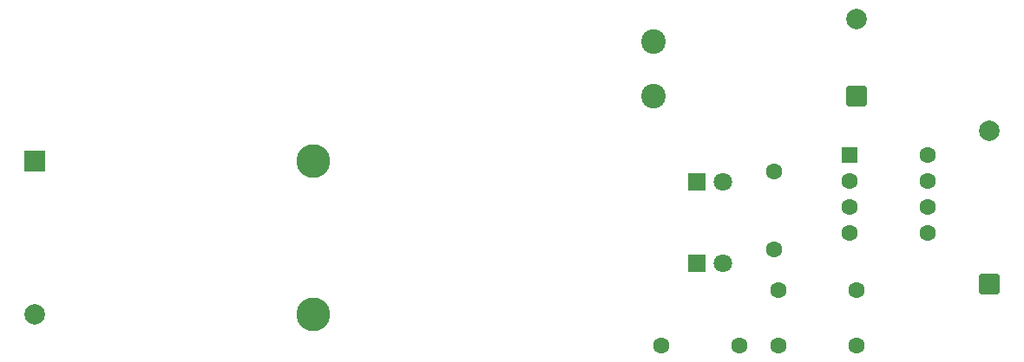
<source format=gbr>
%TF.GenerationSoftware,KiCad,Pcbnew,9.0.2*%
%TF.CreationDate,2025-07-04T12:52:13+05:30*%
%TF.ProjectId,qn2,716e322e-6b69-4636-9164-5f7063625858,rev?*%
%TF.SameCoordinates,Original*%
%TF.FileFunction,Soldermask,Bot*%
%TF.FilePolarity,Negative*%
%FSLAX46Y46*%
G04 Gerber Fmt 4.6, Leading zero omitted, Abs format (unit mm)*
G04 Created by KiCad (PCBNEW 9.0.2) date 2025-07-04 12:52:13*
%MOMM*%
%LPD*%
G01*
G04 APERTURE LIST*
G04 Aperture macros list*
%AMRoundRect*
0 Rectangle with rounded corners*
0 $1 Rounding radius*
0 $2 $3 $4 $5 $6 $7 $8 $9 X,Y pos of 4 corners*
0 Add a 4 corners polygon primitive as box body*
4,1,4,$2,$3,$4,$5,$6,$7,$8,$9,$2,$3,0*
0 Add four circle primitives for the rounded corners*
1,1,$1+$1,$2,$3*
1,1,$1+$1,$4,$5*
1,1,$1+$1,$6,$7*
1,1,$1+$1,$8,$9*
0 Add four rect primitives between the rounded corners*
20,1,$1+$1,$2,$3,$4,$5,0*
20,1,$1+$1,$4,$5,$6,$7,0*
20,1,$1+$1,$6,$7,$8,$9,0*
20,1,$1+$1,$8,$9,$2,$3,0*%
G04 Aperture macros list end*
%ADD10RoundRect,0.250000X0.750000X-0.750000X0.750000X0.750000X-0.750000X0.750000X-0.750000X-0.750000X0*%
%ADD11C,2.000000*%
%ADD12RoundRect,0.250000X-0.550000X-0.550000X0.550000X-0.550000X0.550000X0.550000X-0.550000X0.550000X0*%
%ADD13C,1.600000*%
%ADD14C,2.400000*%
%ADD15R,1.800000X1.800000*%
%ADD16C,1.800000*%
%ADD17C,3.300000*%
%ADD18R,2.000000X2.000000*%
G04 APERTURE END LIST*
D10*
%TO.C,C1*%
X125000000Y-63617677D03*
D11*
X125000000Y-56117677D03*
%TD*%
D10*
%TO.C,C2*%
X138000000Y-82000000D03*
D11*
X138000000Y-67000000D03*
%TD*%
D12*
%TO.C,U1*%
X124380000Y-69380000D03*
D13*
X124380000Y-71920000D03*
X124380000Y-74460000D03*
X124380000Y-77000000D03*
X132000000Y-77000000D03*
X132000000Y-74460000D03*
X132000000Y-71920000D03*
X132000000Y-69380000D03*
%TD*%
D14*
%TO.C,SW1*%
X105250000Y-58350000D03*
X105250000Y-63650000D03*
%TD*%
D13*
%TO.C,R4*%
X113620000Y-88000000D03*
X106000000Y-88000000D03*
%TD*%
%TO.C,R3*%
X117000000Y-78620000D03*
X117000000Y-71000000D03*
%TD*%
%TO.C,R2*%
X117380000Y-82653986D03*
X125000000Y-82653986D03*
%TD*%
%TO.C,R1*%
X117380000Y-88000000D03*
X125000000Y-88000000D03*
%TD*%
D15*
%TO.C,D2*%
X109460000Y-80000000D03*
D16*
X112000000Y-80000000D03*
%TD*%
D15*
%TO.C,D1*%
X109460000Y-72000000D03*
D16*
X112000000Y-72000000D03*
%TD*%
D17*
%TO.C,BT1*%
X72000000Y-70010000D03*
X72000000Y-85000000D03*
D18*
X44835000Y-70010000D03*
D11*
X44835000Y-85000000D03*
%TD*%
M02*

</source>
